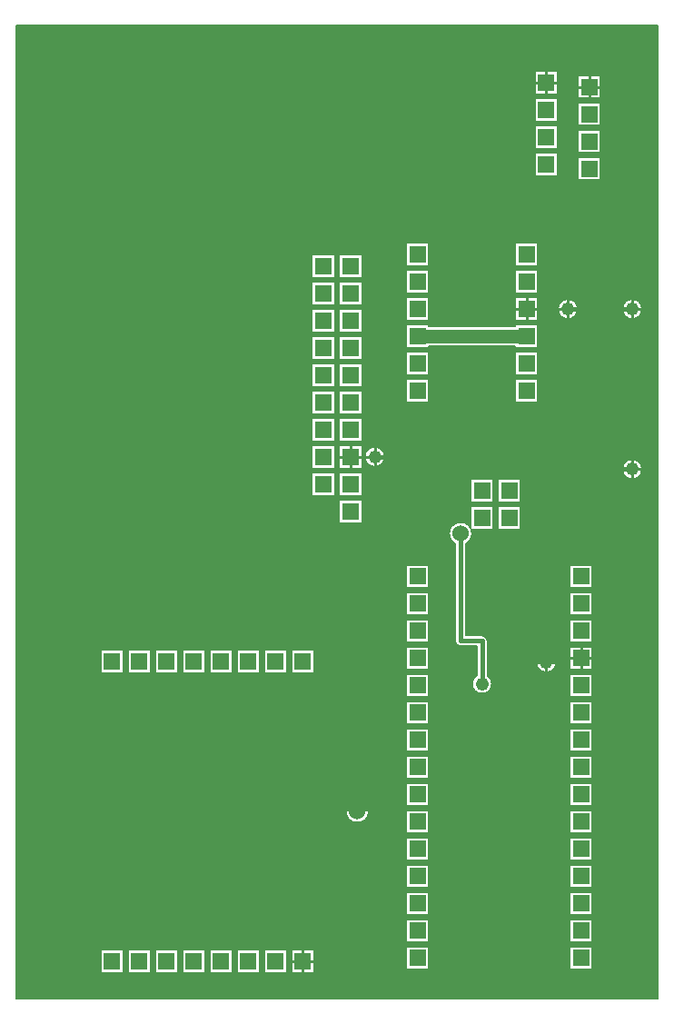
<source format=gbr>
%FSLAX35Y35*%
%MOIN*%
G04 EasyPC Gerber Version 18.0.8 Build 3632 *
%ADD14R,0.06000X0.06000*%
%ADD15R,0.06000X0.06000*%
%ADD10C,0.00500*%
%ADD11C,0.01000*%
%ADD18C,0.01500*%
%ADD17C,0.04800*%
%ADD16C,0.05000*%
%ADD12C,0.06000*%
%ADD13R,0.06000X0.06000*%
X0Y0D02*
D02*
D10*
X13000Y10624D02*
X248157D01*
Y367829*
X13000*
Y10624*
X43750Y20232D02*
Y28732D01*
X52250*
Y20232*
X43750*
X52250Y138732D02*
Y130232D01*
X43750*
Y138732*
X52250*
X53750Y20232D02*
Y28732D01*
X62250*
Y20232*
X53750*
X62250Y138732D02*
Y130232D01*
X53750*
Y138732*
X62250*
X63750Y20232D02*
Y28732D01*
X72250*
Y20232*
X63750*
X72250Y138732D02*
Y130232D01*
X63750*
Y138732*
X72250*
X73750Y20232D02*
Y28732D01*
X82250*
Y20232*
X73750*
X82250Y138732D02*
Y130232D01*
X73750*
Y138732*
X82250*
X83750Y20232D02*
Y28732D01*
X92250*
Y20232*
X83750*
X92250Y138732D02*
Y130232D01*
X83750*
Y138732*
X92250*
X93750Y20232D02*
Y28732D01*
X102250*
Y20232*
X93750*
X102250Y138732D02*
Y130232D01*
X93750*
Y138732*
X102250*
X103750Y20232D02*
Y28732D01*
X112250*
Y20232*
X103750*
X112250Y138732D02*
Y130232D01*
X103750*
Y138732*
X112250*
X113750Y20232D02*
Y28732D01*
X122250*
Y20232*
X113750*
X121250Y203732D02*
X129750D01*
Y195232*
X121250*
Y203732*
Y213732D02*
X129750D01*
Y205232*
X121250*
Y213732*
Y223732D02*
X129750D01*
Y215232*
X121250*
Y223732*
Y233732D02*
X129750D01*
Y225232*
X121250*
Y233732*
Y243732D02*
X129750D01*
Y235232*
X121250*
Y243732*
Y253732D02*
X129750D01*
Y245232*
X121250*
Y253732*
Y263732D02*
X129750D01*
Y255232*
X121250*
Y263732*
Y273732D02*
X129750D01*
Y265232*
X121250*
Y273732*
Y283732D02*
X129750D01*
Y275232*
X121250*
Y283732*
X122250Y138732D02*
Y130232D01*
X113750*
Y138732*
X122250*
X133750Y79482D02*
G75*
G02X142250I4250D01*
G01*
G75*
G02X133750I-4250*
G01*
X139750Y185232D02*
X131250D01*
Y193732*
X139750*
Y185232*
Y195232D02*
X131250D01*
Y203732*
X139750*
Y195232*
Y205232D02*
X131250D01*
Y213732*
X139750*
Y205232*
Y215232D02*
X131250D01*
Y223732*
X139750*
Y215232*
Y225232D02*
X131250D01*
Y233732*
X139750*
Y225232*
Y235232D02*
X131250D01*
Y243732*
X139750*
Y235232*
Y245232D02*
X131250D01*
Y253732*
X139750*
Y245232*
Y255232D02*
X131250D01*
Y263732*
X139750*
Y255232*
Y265232D02*
X131250D01*
Y273732*
X139750*
Y265232*
Y275232D02*
X131250D01*
Y283732*
X139750*
Y275232*
X140708Y209482D02*
G75*
G02X148008I3650D01*
G01*
G75*
G02X140708I-3650*
G01*
X155856Y29854D02*
X164356D01*
Y21354*
X155856*
Y29854*
Y39854D02*
X164356D01*
Y31354*
X155856*
Y39854*
Y49854D02*
X164356D01*
Y41354*
X155856*
Y49854*
Y59854D02*
X164356D01*
Y51354*
X155856*
Y59854*
Y69854D02*
X164356D01*
Y61354*
X155856*
Y69854*
Y79854D02*
X164356D01*
Y71354*
X155856*
Y79854*
Y89854D02*
X164356D01*
Y81354*
X155856*
Y89854*
Y99854D02*
X164356D01*
Y91354*
X155856*
Y99854*
Y109854D02*
X164356D01*
Y101354*
X155856*
Y109854*
Y119854D02*
X164356D01*
Y111354*
X155856*
Y119854*
Y129854D02*
X164356D01*
Y121354*
X155856*
Y129854*
Y139854D02*
X164356D01*
Y131354*
X155856*
Y139854*
Y149854D02*
X164356D01*
Y141354*
X155856*
Y149854*
Y159854D02*
X164356D01*
Y151354*
X155856*
Y159854*
Y169854D02*
X164356D01*
Y161354*
X155856*
Y169854*
Y237965D02*
X164356D01*
Y229465*
X155856*
Y237965*
Y247965D02*
X164356D01*
Y239465*
X155856*
Y247965*
Y267965D02*
X164356D01*
Y259465*
X155856*
Y267965*
Y277965D02*
X164356D01*
Y269465*
X155856*
Y277965*
Y287965D02*
X164356D01*
Y279465*
X155856*
Y287965*
X164356Y249965D02*
Y249465D01*
X155856*
Y257965*
X164356*
Y257465*
X195856*
Y257965*
X204356*
Y249465*
X195856*
Y249965*
X164356*
X173854Y177602D02*
G75*
G02X171604Y181352I2000J3750D01*
G01*
G75*
G02X179478Y183572I4250*
G01*
Y191350*
X187978*
Y182850*
X179831*
G75*
G02X177854Y177602I-3977J-1498*
G01*
Y143982*
X183728*
G75*
G02X185728Y141982J-2000*
G01*
Y129287*
G75*
G02X187378Y126234I-2000J-3053*
G01*
G75*
G02X180078I-3650*
G01*
G75*
G02X181728Y129287I3650*
G01*
Y139982*
X175854*
G75*
G02X173854Y141982J2000*
G01*
Y177602*
X179478Y201350D02*
X187978D01*
Y192850*
X179478*
Y201350*
X197978Y182850D02*
X189478D01*
Y191350*
X197978*
Y182850*
Y192850D02*
X189478D01*
Y201350*
X197978*
Y192850*
X203100Y320957D02*
X211600D01*
Y312457*
X203100*
Y320957*
Y330957D02*
X211600D01*
Y322457*
X203100*
Y330957*
Y340957D02*
X211600D01*
Y332457*
X203100*
Y340957*
Y350957D02*
X211600D01*
Y342457*
X203100*
Y350957*
X203700Y134108D02*
G75*
G02X211000I3650D01*
G01*
G75*
G02X203700I-3650*
G01*
X204356Y229465D02*
X195856D01*
Y237965*
X204356*
Y229465*
Y239465D02*
X195856D01*
Y247965*
X204356*
Y239465*
Y259465D02*
X195856D01*
Y267965*
X204356*
Y259465*
Y269465D02*
X195856D01*
Y277965*
X204356*
Y269465*
Y279465D02*
X195856D01*
Y287965*
X204356*
Y279465*
X211574Y263715D02*
G75*
G02X218874I3650D01*
G01*
G75*
G02X211574I-3650*
G01*
X224356Y21354D02*
X215856D01*
Y29854*
X224356*
Y21354*
Y31354D02*
X215856D01*
Y39854*
X224356*
Y31354*
Y41354D02*
X215856D01*
Y49854*
X224356*
Y41354*
Y51354D02*
X215856D01*
Y59854*
X224356*
Y51354*
Y61354D02*
X215856D01*
Y69854*
X224356*
Y61354*
Y71354D02*
X215856D01*
Y79854*
X224356*
Y71354*
Y81354D02*
X215856D01*
Y89854*
X224356*
Y81354*
Y91354D02*
X215856D01*
Y99854*
X224356*
Y91354*
Y101354D02*
X215856D01*
Y109854*
X224356*
Y101354*
Y111354D02*
X215856D01*
Y119854*
X224356*
Y111354*
Y121354D02*
X215856D01*
Y129854*
X224356*
Y121354*
Y131354D02*
X215856D01*
Y139854*
X224356*
Y131354*
Y141354D02*
X215856D01*
Y149854*
X224356*
Y141354*
Y151354D02*
X215856D01*
Y159854*
X224356*
Y151354*
Y161354D02*
X215856D01*
Y169854*
X224356*
Y161354*
X227348Y310961D02*
X218848D01*
Y319461*
X227348*
Y310961*
Y320961D02*
X218848D01*
Y329461*
X227348*
Y320961*
Y330961D02*
X218848D01*
Y339461*
X227348*
Y330961*
Y340961D02*
X218848D01*
Y349461*
X227348*
Y340961*
X235196Y204974D02*
G75*
G02X242496I3650D01*
G01*
G75*
G02X235196I-3650*
G01*
Y263715D02*
G75*
G02X242496I3650D01*
G01*
G75*
G02X235196I-3650*
G01*
X13000Y24482D02*
G36*
Y10624D01*
X248157*
Y24482*
X224356*
Y21354*
X215856*
Y24482*
X164356*
Y21354*
X155856*
Y24482*
X122250*
Y20232*
X113750*
Y24482*
X112250*
Y20232*
X103750*
Y24482*
X102250*
Y20232*
X93750*
Y24482*
X92250*
Y20232*
X83750*
Y24482*
X82250*
Y20232*
X73750*
Y24482*
X72250*
Y20232*
X63750*
Y24482*
X62250*
Y20232*
X53750*
Y24482*
X52250*
Y20232*
X43750*
Y24482*
X13000*
G37*
X43750D02*
G36*
Y28732D01*
X52250*
Y24482*
X53750*
Y28732*
X62250*
Y24482*
X63750*
Y28732*
X72250*
Y24482*
X73750*
Y28732*
X82250*
Y24482*
X83750*
Y28732*
X92250*
Y24482*
X93750*
Y28732*
X102250*
Y24482*
X103750*
Y28732*
X112250*
Y24482*
X113750*
Y28732*
X122250*
Y24482*
X155856*
Y29854*
X164356*
Y24482*
X215856*
Y29854*
X224356*
Y24482*
X248157*
Y35604*
X224356*
Y31354*
X215856*
Y35604*
X164356*
Y31354*
X155856*
Y35604*
X13000*
Y24482*
X43750*
G37*
X13000Y134482D02*
G36*
Y125604D01*
X155856*
Y129854*
X164356*
Y125604*
X180133*
G75*
G02X180078Y126234I3595J630*
G01*
G75*
G02X181728Y129287I3650*
G01*
Y134482*
X164356*
Y131354*
X155856*
Y134482*
X122250*
Y130232*
X113750*
Y134482*
X112250*
Y130232*
X103750*
Y134482*
X102250*
Y130232*
X93750*
Y134482*
X92250*
Y130232*
X83750*
Y134482*
X82250*
Y130232*
X73750*
Y134482*
X72250*
Y130232*
X63750*
Y134482*
X62250*
Y130232*
X53750*
Y134482*
X52250*
Y130232*
X43750*
Y134482*
X13000*
G37*
X43750D02*
G36*
Y138732D01*
X52250*
Y134482*
X53750*
Y138732*
X62250*
Y134482*
X63750*
Y138732*
X72250*
Y134482*
X73750*
Y138732*
X82250*
Y134482*
X83750*
Y138732*
X92250*
Y134482*
X93750*
Y138732*
X102250*
Y134482*
X103750*
Y138732*
X112250*
Y134482*
X113750*
Y138732*
X122250*
Y134482*
X155856*
Y139854*
X164356*
Y134482*
X181728*
Y139982*
X175854*
G75*
G02X173854Y141982J2000*
G01*
Y145604*
X164356*
Y141354*
X155856*
Y145604*
X13000*
Y134482*
X43750*
G37*
X185728D02*
G36*
Y129287D01*
G75*
G02X187378Y126234I-2000J-3053*
G01*
G75*
G02X187324Y125604I-3650J0*
G01*
X215856*
Y129854*
X224356*
Y125604*
X248157*
Y134482*
X224356*
Y131354*
X215856*
Y134482*
X210981*
G75*
G02X211000Y134108I-3631J-375*
G01*
G75*
G02X203700I-3650*
G01*
G75*
G02X203720Y134482I3650J-1*
G01*
X185728*
G37*
X203720D02*
G36*
G75*
G02X210981I3631J-374D01*
G01*
X215856*
Y139854*
X224356*
Y134482*
X248157*
Y145604*
X224356*
Y141354*
X215856*
Y145604*
X177854*
Y143982*
X183728*
G75*
G02X185728Y141982J-2000*
G01*
Y134482*
X203720*
G37*
X13000Y199482D02*
G36*
Y189482D01*
X131250*
Y193732*
X139750*
Y189482*
X179478*
Y191350*
X187978*
Y189482*
X189478*
Y191350*
X197978*
Y189482*
X248157*
Y199482*
X197978*
Y192850*
X189478*
Y199482*
X187978*
Y192850*
X179478*
Y199482*
X139750*
Y195232*
X131250*
Y199482*
X129750*
Y195232*
X121250*
Y199482*
X13000*
G37*
X121250D02*
G36*
Y203732D01*
X129750*
Y199482*
X131250*
Y203732*
X139750*
Y199482*
X179478*
Y201350*
X187978*
Y199482*
X189478*
Y201350*
X197978*
Y199482*
X248157*
Y204974*
X242496*
G75*
G02X235196I-3650*
G01*
X13000*
Y199482*
X121250*
G37*
X13000Y209482D02*
G36*
Y204974D01*
X235196*
G75*
G02X242496I3650*
G01*
X248157*
Y209482*
X148008*
G75*
G02X140708I-3650*
G01*
X139750*
Y205232*
X131250*
Y209482*
X129750*
Y205232*
X121250*
Y209482*
X13000*
G37*
X121250D02*
G36*
Y213732D01*
X129750*
Y209482*
X131250*
Y213732*
X139750*
Y209482*
X140708*
G75*
G02X148008I3650*
G01*
X248157*
Y219482*
X139750*
Y215232*
X131250*
Y219482*
X129750*
Y215232*
X121250*
Y219482*
X13000*
Y209482*
X121250*
G37*
Y219482D02*
G36*
Y223732D01*
X129750*
Y219482*
X131250*
Y223732*
X139750*
Y219482*
X248157*
Y229482*
X204356*
Y229465*
X195856*
Y229482*
X164356*
Y229465*
X155856*
Y229482*
X139750*
Y225232*
X131250*
Y229482*
X129750*
Y225232*
X121250*
Y229482*
X13000*
Y219482*
X121250*
G37*
Y229482D02*
G36*
Y233732D01*
X129750*
Y229482*
X131250*
Y233732*
X139750*
Y229482*
X155856*
Y237965*
X164356*
Y229482*
X195856*
Y237965*
X204356*
Y229482*
X248157*
Y239482*
X204356*
Y239465*
X195856*
Y239482*
X164356*
Y239465*
X155856*
Y239482*
X139750*
Y235232*
X131250*
Y239482*
X129750*
Y235232*
X121250*
Y239482*
X13000*
Y229482*
X121250*
G37*
Y239482D02*
G36*
Y243732D01*
X129750*
Y239482*
X131250*
Y243732*
X139750*
Y239482*
X155856*
Y247965*
X164356*
Y239482*
X195856*
Y247965*
X204356*
Y239482*
X248157*
Y249482*
X204356*
Y249465*
X195856*
Y249965*
X164356*
Y249465*
X155856*
Y249482*
X139750*
Y245232*
X131250*
Y249482*
X129750*
Y245232*
X121250*
Y249482*
X13000*
Y239482*
X121250*
G37*
Y249482D02*
G36*
Y253732D01*
X129750*
Y249482*
X131250*
Y253732*
X139750*
Y249482*
X155856*
Y257965*
X164356*
Y257465*
X195856*
Y257965*
X204356*
Y249482*
X248157*
Y259482*
X204356*
Y259465*
X195856*
Y259482*
X164356*
Y259465*
X155856*
Y259482*
X139750*
Y255232*
X131250*
Y259482*
X129750*
Y255232*
X121250*
Y259482*
X13000*
Y249482*
X121250*
G37*
Y259482D02*
G36*
Y263715D01*
X13000*
Y259482*
X121250*
G37*
X131250D02*
G36*
Y263715D01*
X129750*
Y259482*
X131250*
G37*
X155856D02*
G36*
Y263715D01*
X139750*
Y259482*
X155856*
G37*
X195856D02*
G36*
Y263715D01*
X164356*
Y259482*
X195856*
G37*
X248157D02*
G36*
Y263715D01*
X242496*
G75*
G02X235196I-3650*
G01*
X218874*
G75*
G02X211574I-3650*
G01*
X204356*
Y259482*
X248157*
G37*
X13000Y269482D02*
G36*
Y263715D01*
X121250*
Y263732*
X129750*
Y263715*
X131250*
Y263732*
X139750*
Y263715*
X155856*
Y267965*
X164356*
Y263715*
X195856*
Y267965*
X204356*
Y263715*
X211574*
G75*
G02X218874I3650*
G01*
X235196*
G75*
G02X242496I3650*
G01*
X248157*
Y269482*
X204356*
Y269465*
X195856*
Y269482*
X164356*
Y269465*
X155856*
Y269482*
X139750*
Y265232*
X131250*
Y269482*
X129750*
Y265232*
X121250*
Y269482*
X13000*
G37*
X121250D02*
G36*
Y273732D01*
X129750*
Y269482*
X131250*
Y273732*
X139750*
Y269482*
X155856*
Y277965*
X164356*
Y269482*
X195856*
Y277965*
X204356*
Y269482*
X248157*
Y279482*
X204356*
Y279465*
X195856*
Y279482*
X164356*
Y279465*
X155856*
Y279482*
X139750*
Y275232*
X131250*
Y279482*
X129750*
Y275232*
X121250*
Y279482*
X13000*
Y269482*
X121250*
G37*
Y279482D02*
G36*
Y283732D01*
X129750*
Y279482*
X131250*
Y283732*
X139750*
Y279482*
X155856*
Y287965*
X164356*
Y279482*
X195856*
Y287965*
X204356*
Y279482*
X248157*
Y316707*
X227348*
Y310961*
X218848*
Y316707*
X211600*
Y312457*
X203100*
Y316707*
X13000*
Y279482*
X121250*
G37*
X13000Y79482D02*
G36*
Y65604D01*
X155856*
Y69854*
X164356*
Y65604*
X215856*
Y69854*
X224356*
Y65604*
X248157*
Y79482*
X224356*
Y71354*
X215856*
Y79482*
X164356*
Y71354*
X155856*
Y79482*
X142250*
G75*
G02X133750I-4250*
G01*
X13000*
G37*
X133750D02*
G36*
G75*
G02X142250I4250D01*
G01*
X155856*
Y79854*
X164356*
Y79482*
X215856*
Y79854*
X224356*
Y79482*
X248157*
Y85604*
X224356*
Y81354*
X215856*
Y85604*
X164356*
Y81354*
X155856*
Y85604*
X13000*
Y79482*
X133750*
G37*
X13000Y189482D02*
G36*
Y165604D01*
X155856*
Y169854*
X164356*
Y165604*
X173854*
Y177602*
G75*
G02X171604Y181352I2000J3750*
G01*
G75*
G02X179478Y183572I4250*
G01*
Y189482*
X139750*
Y185232*
X131250*
Y189482*
X13000*
G37*
X187978D02*
G36*
Y182850D01*
X179831*
G75*
G02X177854Y177602I-3977J-1498*
G01*
Y165604*
X215856*
Y169854*
X224356*
Y165604*
X248157*
Y189482*
X197978*
Y182850*
X189478*
Y189482*
X187978*
G37*
X155856Y35604D02*
G36*
Y39854D01*
X164356*
Y35604*
X215856*
Y39854*
X224356*
Y35604*
X248157*
Y45604*
X224356*
Y41354*
X215856*
Y45604*
X164356*
Y41354*
X155856*
Y45604*
X13000*
Y35604*
X155856*
G37*
Y45604D02*
G36*
Y49854D01*
X164356*
Y45604*
X215856*
Y49854*
X224356*
Y45604*
X248157*
Y55604*
X224356*
Y51354*
X215856*
Y55604*
X164356*
Y51354*
X155856*
Y55604*
X13000*
Y45604*
X155856*
G37*
Y55604D02*
G36*
Y59854D01*
X164356*
Y55604*
X215856*
Y59854*
X224356*
Y55604*
X248157*
Y65604*
X224356*
Y61354*
X215856*
Y65604*
X164356*
Y61354*
X155856*
Y65604*
X13000*
Y55604*
X155856*
G37*
Y85604D02*
G36*
Y89854D01*
X164356*
Y85604*
X215856*
Y89854*
X224356*
Y85604*
X248157*
Y95604*
X224356*
Y91354*
X215856*
Y95604*
X164356*
Y91354*
X155856*
Y95604*
X13000*
Y85604*
X155856*
G37*
Y95604D02*
G36*
Y99854D01*
X164356*
Y95604*
X215856*
Y99854*
X224356*
Y95604*
X248157*
Y105604*
X224356*
Y101354*
X215856*
Y105604*
X164356*
Y101354*
X155856*
Y105604*
X13000*
Y95604*
X155856*
G37*
Y105604D02*
G36*
Y109854D01*
X164356*
Y105604*
X215856*
Y109854*
X224356*
Y105604*
X248157*
Y115604*
X224356*
Y111354*
X215856*
Y115604*
X164356*
Y111354*
X155856*
Y115604*
X13000*
Y105604*
X155856*
G37*
Y115604D02*
G36*
Y119854D01*
X164356*
Y115604*
X215856*
Y119854*
X224356*
Y115604*
X248157*
Y125604*
X224356*
Y121354*
X215856*
Y125604*
X187324*
G75*
G02X180133I-3595J630*
G01*
X164356*
Y121354*
X155856*
Y125604*
X13000*
Y115604*
X155856*
G37*
Y145604D02*
G36*
Y149854D01*
X164356*
Y145604*
X173854*
Y155604*
X164356*
Y151354*
X155856*
Y155604*
X13000*
Y145604*
X155856*
G37*
X215856D02*
G36*
Y149854D01*
X224356*
Y145604*
X248157*
Y155604*
X224356*
Y151354*
X215856*
Y155604*
X177854*
Y145604*
X215856*
G37*
X155856Y155604D02*
G36*
Y159854D01*
X164356*
Y155604*
X173854*
Y165604*
X164356*
Y161354*
X155856*
Y165604*
X13000*
Y155604*
X155856*
G37*
X215856D02*
G36*
Y159854D01*
X224356*
Y155604*
X248157*
Y165604*
X224356*
Y161354*
X215856*
Y165604*
X177854*
Y155604*
X215856*
G37*
X203100Y316707D02*
G36*
Y320957D01*
X211600*
Y316707*
X218848*
Y319461*
X227348*
Y316707*
X248157*
Y326707*
X227348*
Y320961*
X218848*
Y326707*
X211600*
Y322457*
X203100*
Y326707*
X13000*
Y316707*
X203100*
G37*
Y326707D02*
G36*
Y330957D01*
X211600*
Y326707*
X218848*
Y329461*
X227348*
Y326707*
X248157*
Y336707*
X227348*
Y330961*
X218848*
Y336707*
X211600*
Y332457*
X203100*
Y336707*
X13000*
Y326707*
X203100*
G37*
Y336707D02*
G36*
Y340957D01*
X211600*
Y336707*
X218848*
Y339461*
X227348*
Y336707*
X248157*
Y346707*
X227348*
Y340961*
X218848*
Y346707*
X211600*
Y342457*
X203100*
Y346707*
X13000*
Y336707*
X203100*
G37*
Y346707D02*
G36*
Y350957D01*
X211600*
Y346707*
X218848*
Y349461*
X227348*
Y346707*
X248157*
Y367829*
X13000*
Y346707*
X203100*
G37*
D02*
D11*
X115500Y24482D02*
X113500D01*
X118000Y21982D02*
Y19982D01*
Y26982D02*
Y28982D01*
X120500Y24482D02*
X122500D01*
X133000Y209482D02*
X131000D01*
X135500Y206982D02*
Y204982D01*
Y211982D02*
Y213982D01*
X138000Y209482D02*
X140000D01*
X142458D02*
X140458D01*
X144358Y207582D02*
Y205582D01*
Y211382D02*
Y213382D01*
X146258Y209482D02*
X148258D01*
X197606Y263715D02*
X195606D01*
X200106Y261215D02*
Y259215D01*
Y266215D02*
Y268215D01*
X202606Y263715D02*
X204606D01*
X204850Y346707D02*
X202850D01*
X205450Y134108D02*
X203450D01*
X207350Y132208D02*
Y130208D01*
Y136008D02*
Y138008D01*
Y344207D02*
Y342207D01*
Y349207D02*
Y351207D01*
X209250Y134108D02*
X211250D01*
X209850Y346707D02*
X211850D01*
X213324Y263715D02*
X211324D01*
X215224Y261815D02*
Y259815D01*
Y265615D02*
Y267615D01*
X217124Y263715D02*
X219124D01*
X217606Y135604D02*
X215606D01*
X220106Y133104D02*
Y131104D01*
Y138104D02*
Y140104D01*
X220598Y345211D02*
X218598D01*
X222606Y135604D02*
X224606D01*
X223098Y342711D02*
Y340711D01*
Y347711D02*
Y349711D01*
X225598Y345211D02*
X227598D01*
X236946Y204974D02*
X234946D01*
X236946Y263715D02*
X234946D01*
X238846Y203074D02*
Y201074D01*
Y206874D02*
Y208874D01*
Y261815D02*
Y259815D01*
Y265615D02*
Y267615D01*
X240746Y204974D02*
X242746D01*
X240746Y263715D02*
X242746D01*
D02*
D12*
X138000Y79482D03*
X175854Y181352D03*
D02*
D13*
X125500Y199482D03*
Y209482D03*
Y219482D03*
Y229482D03*
Y239482D03*
Y249482D03*
Y259482D03*
Y269482D03*
Y279482D03*
X135500Y189482D03*
Y199482D03*
Y209482D03*
Y219482D03*
Y229482D03*
Y239482D03*
Y249482D03*
Y259482D03*
Y269482D03*
Y279482D03*
X160106Y25604D03*
Y35604D03*
Y45604D03*
Y55604D03*
Y65604D03*
Y75604D03*
Y85604D03*
Y95604D03*
Y105604D03*
Y115604D03*
Y125604D03*
Y135604D03*
Y145604D03*
Y155604D03*
Y165604D03*
Y233715D03*
Y243715D03*
Y253715D03*
Y263715D03*
Y273715D03*
Y283715D03*
X183728Y187100D03*
Y197100D03*
X193728Y187100D03*
Y197100D03*
X200106Y233715D03*
Y243715D03*
Y253715D03*
Y263715D03*
Y273715D03*
Y283715D03*
X220106Y25604D03*
Y35604D03*
Y45604D03*
Y55604D03*
Y65604D03*
Y75604D03*
Y85604D03*
Y95604D03*
Y105604D03*
Y115604D03*
Y125604D03*
Y135604D03*
Y145604D03*
Y155604D03*
Y165604D03*
D02*
D14*
X48000Y24482D03*
Y134482D03*
X58000Y24482D03*
Y134482D03*
X68000Y24482D03*
Y134482D03*
X78000Y24482D03*
Y134482D03*
X88000Y24482D03*
Y134482D03*
X98000Y24482D03*
Y134482D03*
X108000Y24482D03*
Y134482D03*
X118000Y24482D03*
Y134482D03*
D02*
D15*
X207350Y316707D03*
Y326707D03*
Y336707D03*
Y346707D03*
X223098Y315211D03*
Y325211D03*
Y335211D03*
Y345211D03*
D02*
D16*
X160106Y253715D02*
X200106D01*
D02*
D17*
X144358Y209482D03*
X183728Y126234D03*
X207350Y134108D03*
X215224Y263715D03*
X238846Y204974D03*
Y263715D03*
D02*
D18*
X144358Y209482D02*
X207350D01*
Y204974*
X175854Y181352D02*
Y141982D01*
X183728*
Y126234*
X207350Y204974D02*
Y134108D01*
X215224Y263715D02*
X238846D01*
Y204974D02*
X207350D01*
X0Y0D02*
M02*

</source>
